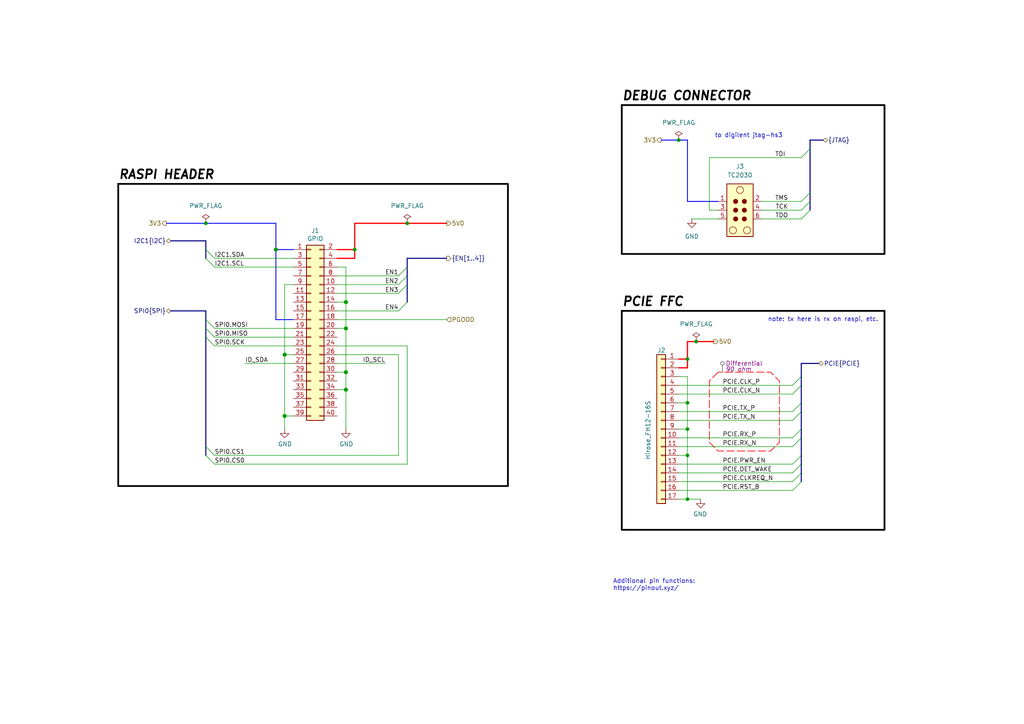
<source format=kicad_sch>
(kicad_sch (version 20250114) (generator "eeschema") (generator_version "9.0")
  (paper "A4")
  (title_block (title "RPi HwAB HAT+") (date "2025-08-23") (rev "01") (company "Andre S Winkel"))
  (lib_symbols
    (symbol "Connector:TC2030" (in_bom no)
      (property "Reference" "J" (at 1.27 8.89 0))
      (property "Value" "TC2030" (at 1.27 -8.89 0))
      (symbol "TC2030_1_1"
        (rectangle (start -2.54 7.62) (end 5.08 -7.62) (stroke (width 0.254)) (fill (type background)))
        (circle (center -0.762 -5.842) (radius 1.016))
        (circle (center 0 2.54) (radius 0.635) (fill (type outline)))
        (circle (center 0 0) (radius 0.635) (fill (type outline)))
        (circle (center 0 -2.54) (radius 0.635) (fill (type outline)))
        (circle (center 1.27 5.842) (radius 1.016))
        (circle (center 2.54 2.54) (radius 0.635) (fill (type outline)))
        (circle (center 2.54 0) (radius 0.635) (fill (type outline)))
        (circle (center 2.54 -2.54) (radius 0.635) (fill (type outline)))
        (circle (center 3.302 -5.842) (radius 1.016))
        (pin passive line (at -5.08 2.54 0) (length 2.54) (name "~") (number "1"))
        (pin passive line (at -5.08 0 0) (length 2.54) (name "~") (number "3"))
        (pin passive line (at -5.08 -2.54 0) (length 2.54) (name "~") (number "5"))
        (pin passive line (at 7.62 2.54 180) (length 2.54) (name "~") (number "2"))
        (pin passive line (at 7.62 0 180) (length 2.54) (name "~") (number "4"))
        (pin passive line (at 7.62 -2.54 180) (length 2.54) (name "~") (number "6"))
      )
    )
    (symbol "Connector_Generic:Conn_01x17" (pin_names (offset 1.016) (hide yes))
      (property "Reference" "J" (at 0 22.86 0))
      (property "Value" "Conn_01x17" (at 0 -22.86 0))
      (symbol "Conn_01x17_1_1"
        (rectangle (start -1.27 21.59) (end 1.27 -21.59) (stroke (width 0.254)) (fill (type background)))
        (rectangle (start -1.27 20.447) (end 0 20.193) (stroke (width 0.1524)))
        (rectangle (start -1.27 17.907) (end 0 17.653) (stroke (width 0.1524)))
        (rectangle (start -1.27 15.367) (end 0 15.113) (stroke (width 0.1524)))
        (rectangle (start -1.27 12.827) (end 0 12.573) (stroke (width 0.1524)))
        (rectangle (start -1.27 10.287) (end 0 10.033) (stroke (width 0.1524)))
        (rectangle (start -1.27 7.747) (end 0 7.493) (stroke (width 0.1524)))
        (rectangle (start -1.27 5.207) (end 0 4.953) (stroke (width 0.1524)))
        (rectangle (start -1.27 2.667) (end 0 2.413) (stroke (width 0.1524)))
        (rectangle (start -1.27 0.127) (end 0 -0.127) (stroke (width 0.1524)))
        (rectangle (start -1.27 -2.413) (end 0 -2.667) (stroke (width 0.1524)))
        (rectangle (start -1.27 -4.953) (end 0 -5.207) (stroke (width 0.1524)))
        (rectangle (start -1.27 -7.493) (end 0 -7.747) (stroke (width 0.1524)))
        (rectangle (start -1.27 -10.033) (end 0 -10.287) (stroke (width 0.1524)))
        (rectangle (start -1.27 -12.573) (end 0 -12.827) (stroke (width 0.1524)))
        (rectangle (start -1.27 -15.113) (end 0 -15.367) (stroke (width 0.1524)))
        (rectangle (start -1.27 -17.653) (end 0 -17.907) (stroke (width 0.1524)))
        (rectangle (start -1.27 -20.193) (end 0 -20.447) (stroke (width 0.1524)))
        (pin passive line (at -5.08 20.32 0) (length 3.81) (name "Pin_1") (number "1"))
        (pin passive line (at -5.08 17.78 0) (length 3.81) (name "Pin_2") (number "2"))
        (pin passive line (at -5.08 15.24 0) (length 3.81) (name "Pin_3") (number "3"))
        (pin passive line (at -5.08 12.7 0) (length 3.81) (name "Pin_4") (number "4"))
        (pin passive line (at -5.08 10.16 0) (length 3.81) (name "Pin_5") (number "5"))
        (pin passive line (at -5.08 7.62 0) (length 3.81) (name "Pin_6") (number "6"))
        (pin passive line (at -5.08 5.08 0) (length 3.81) (name "Pin_7") (number "7"))
        (pin passive line (at -5.08 2.54 0) (length 3.81) (name "Pin_8") (number "8"))
        (pin passive line (at -5.08 0 0) (length 3.81) (name "Pin_9") (number "9"))
        (pin passive line (at -5.08 -2.54 0) (length 3.81) (name "Pin_10") (number "10"))
        (pin passive line (at -5.08 -5.08 0) (length 3.81) (name "Pin_11") (number "11"))
        (pin passive line (at -5.08 -7.62 0) (length 3.81) (name "Pin_12") (number "12"))
        (pin passive line (at -5.08 -10.16 0) (length 3.81) (name "Pin_13") (number "13"))
        (pin passive line (at -5.08 -12.7 0) (length 3.81) (name "Pin_14") (number "14"))
        (pin passive line (at -5.08 -15.24 0) (length 3.81) (name "Pin_15") (number "15"))
        (pin passive line (at -5.08 -17.78 0) (length 3.81) (name "Pin_16") (number "16"))
        (pin passive line (at -5.08 -20.32 0) (length 3.81) (name "Pin_17") (number "17"))
      )
    )
    (symbol "Connector_Generic:Conn_02x20_Odd_Even" (pin_names (offset 1.016) (hide yes))
      (property "Reference" "J" (at 1.27 25.4 0))
      (property "Value" "Conn_02x20_Odd_Even" (at 1.27 -27.94 0))
      (symbol "Conn_02x20_Odd_Even_1_1"
        (rectangle (start -1.27 24.13) (end 3.81 -26.67) (stroke (width 0.254)) (fill (type background)))
        (rectangle (start -1.27 22.987) (end 0 22.733) (stroke (width 0.1524)))
        (rectangle (start -1.27 20.447) (end 0 20.193) (stroke (width 0.1524)))
        (rectangle (start -1.27 17.907) (end 0 17.653) (stroke (width 0.1524)))
        (rectangle (start -1.27 15.367) (end 0 15.113) (stroke (width 0.1524)))
        (rectangle (start -1.27 12.827) (end 0 12.573) (stroke (width 0.1524)))
        (rectangle (start -1.27 10.287) (end 0 10.033) (stroke (width 0.1524)))
        (rectangle (start -1.27 7.747) (end 0 7.493) (stroke (width 0.1524)))
        (rectangle (start -1.27 5.207) (end 0 4.953) (stroke (width 0.1524)))
        (rectangle (start -1.27 2.667) (end 0 2.413) (stroke (width 0.1524)))
        (rectangle (start -1.27 0.127) (end 0 -0.127) (stroke (width 0.1524)))
        (rectangle (start -1.27 -2.413) (end 0 -2.667) (stroke (width 0.1524)))
        (rectangle (start -1.27 -4.953) (end 0 -5.207) (stroke (width 0.1524)))
        (rectangle (start -1.27 -7.493) (end 0 -7.747) (stroke (width 0.1524)))
        (rectangle (start -1.27 -10.033) (end 0 -10.287) (stroke (width 0.1524)))
        (rectangle (start -1.27 -12.573) (end 0 -12.827) (stroke (width 0.1524)))
        (rectangle (start -1.27 -15.113) (end 0 -15.367) (stroke (width 0.1524)))
        (rectangle (start -1.27 -17.653) (end 0 -17.907) (stroke (width 0.1524)))
        (rectangle (start -1.27 -20.193) (end 0 -20.447) (stroke (width 0.1524)))
        (rectangle (start -1.27 -22.733) (end 0 -22.987) (stroke (width 0.1524)))
        (rectangle (start -1.27 -25.273) (end 0 -25.527) (stroke (width 0.1524)))
        (rectangle (start 3.81 22.987) (end 2.54 22.733) (stroke (width 0.1524)))
        (rectangle (start 3.81 20.447) (end 2.54 20.193) (stroke (width 0.1524)))
        (rectangle (start 3.81 17.907) (end 2.54 17.653) (stroke (width 0.1524)))
        (rectangle (start 3.81 15.367) (end 2.54 15.113) (stroke (width 0.1524)))
        (rectangle (start 3.81 12.827) (end 2.54 12.573) (stroke (width 0.1524)))
        (rectangle (start 3.81 10.287) (end 2.54 10.033) (stroke (width 0.1524)))
        (rectangle (start 3.81 7.747) (end 2.54 7.493) (stroke (width 0.1524)))
        (rectangle (start 3.81 5.207) (end 2.54 4.953) (stroke (width 0.1524)))
        (rectangle (start 3.81 2.667) (end 2.54 2.413) (stroke (width 0.1524)))
        (rectangle (start 3.81 0.127) (end 2.54 -0.127) (stroke (width 0.1524)))
        (rectangle (start 3.81 -2.413) (end 2.54 -2.667) (stroke (width 0.1524)))
        (rectangle (start 3.81 -4.953) (end 2.54 -5.207) (stroke (width 0.1524)))
        (rectangle (start 3.81 -7.493) (end 2.54 -7.747) (stroke (width 0.1524)))
        (rectangle (start 3.81 -10.033) (end 2.54 -10.287) (stroke (width 0.1524)))
        (rectangle (start 3.81 -12.573) (end 2.54 -12.827) (stroke (width 0.1524)))
        (rectangle (start 3.81 -15.113) (end 2.54 -15.367) (stroke (width 0.1524)))
        (rectangle (start 3.81 -17.653) (end 2.54 -17.907) (stroke (width 0.1524)))
        (rectangle (start 3.81 -20.193) (end 2.54 -20.447) (stroke (width 0.1524)))
        (rectangle (start 3.81 -22.733) (end 2.54 -22.987) (stroke (width 0.1524)))
        (rectangle (start 3.81 -25.273) (end 2.54 -25.527) (stroke (width 0.1524)))
        (pin passive line (at -5.08 22.86 0) (length 3.81) (name "Pin_1") (number "1"))
        (pin passive line (at -5.08 20.32 0) (length 3.81) (name "Pin_3") (number "3"))
        (pin passive line (at -5.08 17.78 0) (length 3.81) (name "Pin_5") (number "5"))
        (pin passive line (at -5.08 15.24 0) (length 3.81) (name "Pin_7") (number "7"))
        (pin passive line (at -5.08 12.7 0) (length 3.81) (name "Pin_9") (number "9"))
        (pin passive line (at -5.08 10.16 0) (length 3.81) (name "Pin_11") (number "11"))
        (pin passive line (at -5.08 7.62 0) (length 3.81) (name "Pin_13") (number "13"))
        (pin passive line (at -5.08 5.08 0) (length 3.81) (name "Pin_15") (number "15"))
        (pin passive line (at -5.08 2.54 0) (length 3.81) (name "Pin_17") (number "17"))
        (pin passive line (at -5.08 0 0) (length 3.81) (name "Pin_19") (number "19"))
        (pin passive line (at -5.08 -2.54 0) (length 3.81) (name "Pin_21") (number "21"))
        (pin passive line (at -5.08 -5.08 0) (length 3.81) (name "Pin_23") (number "23"))
        (pin passive line (at -5.08 -7.62 0) (length 3.81) (name "Pin_25") (number "25"))
        (pin passive line (at -5.08 -10.16 0) (length 3.81) (name "Pin_27") (number "27"))
        (pin passive line (at -5.08 -12.7 0) (length 3.81) (name "Pin_29") (number "29"))
        (pin passive line (at -5.08 -15.24 0) (length 3.81) (name "Pin_31") (number "31"))
        (pin passive line (at -5.08 -17.78 0) (length 3.81) (name "Pin_33") (number "33"))
        (pin passive line (at -5.08 -20.32 0) (length 3.81) (name "Pin_35") (number "35"))
        (pin passive line (at -5.08 -22.86 0) (length 3.81) (name "Pin_37") (number "37"))
        (pin passive line (at -5.08 -25.4 0) (length 3.81) (name "Pin_39") (number "39"))
        (pin passive line (at 7.62 22.86 180) (length 3.81) (name "Pin_2") (number "2"))
        (pin passive line (at 7.62 20.32 180) (length 3.81) (name "Pin_4") (number "4"))
        (pin passive line (at 7.62 17.78 180) (length 3.81) (name "Pin_6") (number "6"))
        (pin passive line (at 7.62 15.24 180) (length 3.81) (name "Pin_8") (number "8"))
        (pin passive line (at 7.62 12.7 180) (length 3.81) (name "Pin_10") (number "10"))
        (pin passive line (at 7.62 10.16 180) (length 3.81) (name "Pin_12") (number "12"))
        (pin passive line (at 7.62 7.62 180) (length 3.81) (name "Pin_14") (number "14"))
        (pin passive line (at 7.62 5.08 180) (length 3.81) (name "Pin_16") (number "16"))
        (pin passive line (at 7.62 2.54 180) (length 3.81) (name "Pin_18") (number "18"))
        (pin passive line (at 7.62 0 180) (length 3.81) (name "Pin_20") (number "20"))
        (pin passive line (at 7.62 -2.54 180) (length 3.81) (name "Pin_22") (number "22"))
        (pin passive line (at 7.62 -5.08 180) (length 3.81) (name "Pin_24") (number "24"))
        (pin passive line (at 7.62 -7.62 180) (length 3.81) (name "Pin_26") (number "26"))
        (pin passive line (at 7.62 -10.16 180) (length 3.81) (name "Pin_28") (number "28"))
        (pin passive line (at 7.62 -12.7 180) (length 3.81) (name "Pin_30") (number "30"))
        (pin passive line (at 7.62 -15.24 180) (length 3.81) (name "Pin_32") (number "32"))
        (pin passive line (at 7.62 -17.78 180) (length 3.81) (name "Pin_34") (number "34"))
        (pin passive line (at 7.62 -20.32 180) (length 3.81) (name "Pin_36") (number "36"))
        (pin passive line (at 7.62 -22.86 180) (length 3.81) (name "Pin_38") (number "38"))
        (pin passive line (at 7.62 -25.4 180) (length 3.81) (name "Pin_40") (number "40"))
      )
    )
    (symbol "power:GND" (power) (pin_numbers (hide yes)) (pin_names (offset 0) (hide yes))
      (property "Value" "GND" (at 0 -3.81 0))
      (symbol "GND_0_1"
        (polyline (pts (xy 0 0) (xy 0 -1.27) (xy 1.27 -1.27) (xy 0 -2.54) (xy -1.27 -1.27) (xy 0 -1.27)))
      )
      (symbol "GND_1_1"
        (pin power_in line (at 0 0 270) (length 0) (name "~") (number "1"))
      )
    )
    (symbol "power:PWR_FLAG" (power) (pin_numbers (hide yes)) (pin_names (offset 0) (hide yes))
      (property "Value" "PWR_FLAG" (at 0 3.81 0))
      (symbol "PWR_FLAG_0_0"
        (pin power_out line (at 0 0 90) (length 0) (name "~") (number "1"))
      )
      (symbol "PWR_FLAG_0_1"
        (polyline (pts (xy 0 0) (xy 0 1.27) (xy -1.016 1.905) (xy 0 2.54) (xy 1.016 1.905) (xy 0 1.27)))
      )
    )
  )
  (bus_alias "JTAG" (members "TDI" "TDO" "TCK" "TMS"))
  (bus_alias "PCIE" (members "CLK_P" "CLK_N" "TX_P" "TX_N" "RX_P" "RX_N" "PWR_EN" "DET_WAKE" "CLKREQ_N" "RST_B"))
  (rectangle (start 180.34 30.48) (end 256.54 73.66) (stroke (width 0.508) (color 0 0 0 1)))
  (rectangle (start 34.29 53.34) (end 147.32 140.97) (stroke (width 0.508) (color 0 0 0 1)))
  (rectangle (start 180.34 90.17) (end 256.54 153.67) (stroke (width 0.508) (color 0 0 0 1)))
  (text "PCIE FFC" (at 180.34 87.63 0) (effects (font (size 2.54 2.54) (thickness 0.508) (bold yes) (italic yes)) (justify left)))
  (text "note: tx here is rx on raspi, etc." (at 238.76 92.71 0) (effects (font (size 1.27 1.27))))
  (text "Additional pin functions:\nhttps://pinout.xyz/" (at 177.8 171.45 0) (effects (font (size 1.27 1.27)) (justify left bottom)))
  (text "RASPI HEADER" (at 34.29 50.8 0) (effects (font (size 2.54 2.54) (thickness 0.508) (bold yes) (italic yes)) (justify left)))
  (text "DEBUG CONNECTOR" (at 180.34 27.94 0) (effects (font (size 2.54 2.54) (thickness 0.508) (bold yes) (italic yes)) (justify left)))
  (text "to digilent jtag-hs3" (at 217.17 39.37 0) (effects (font (size 1.27 1.27))))
  (junction (at 199.39 144.78))
  (junction (at 199.39 132.08))
  (junction (at 82.55 102.87) (diameter 1.016))
  (junction (at 100.33 113.03) (diameter 1.016))
  (junction (at 102.87 72.39))
  (junction (at 100.33 95.25) (diameter 1.016))
  (junction (at 199.39 104.14))
  (junction (at 196.85 40.64))
  (junction (at 80.01 72.39) (diameter 1.016))
  (junction (at 118.11 64.77))
  (junction (at 59.69 64.77))
  (junction (at 199.39 116.84))
  (junction (at 199.39 124.46))
  (junction (at 201.93 99.06))
  (junction (at 82.55 120.65) (diameter 1.016))
  (junction (at 100.33 87.63) (diameter 1.016))
  (junction (at 100.33 107.95) (diameter 1.016))
  (bus_entry (at 232.41 127) (size -2.54 2.54))
  (bus_entry (at 232.41 137.16) (size -2.54 2.54))
  (bus_entry (at 62.23 74.93) (size -2.54 -2.54))
  (bus_entry (at 232.41 60.96) (size 2.54 -2.54))
  (bus_entry (at 115.57 82.55) (size 2.54 -2.54))
  (bus_entry (at 59.69 92.71) (size 2.54 2.54))
  (bus_entry (at 115.57 80.01) (size 2.54 -2.54))
  (bus_entry (at 232.41 58.42) (size 2.54 -2.54))
  (bus_entry (at 115.57 85.09) (size 2.54 -2.54))
  (bus_entry (at 62.23 77.47) (size -2.54 -2.54))
  (bus_entry (at 232.41 45.72) (size 2.54 -2.54))
  (bus_entry (at 232.41 134.62) (size -2.54 2.54))
  (bus_entry (at 232.41 139.7) (size -2.54 2.54))
  (bus_entry (at 59.69 132.08) (size 2.54 2.54))
  (bus_entry (at 232.41 63.5) (size 2.54 -2.54))
  (bus_entry (at 115.57 90.17) (size 2.54 -2.54))
  (bus_entry (at 59.69 95.25) (size 2.54 2.54))
  (bus_entry (at 59.69 97.79) (size 2.54 2.54))
  (bus_entry (at 232.41 111.76) (size -2.54 2.54))
  (bus_entry (at 232.41 132.08) (size -2.54 2.54))
  (bus_entry (at 232.41 119.38) (size -2.54 2.54))
  (bus_entry (at 232.41 109.22) (size -2.54 2.54))
  (bus_entry (at 59.69 129.54) (size 2.54 2.54))
  (bus_entry (at 232.41 116.84) (size -2.54 2.54))
  (bus_entry (at 232.41 124.46) (size -2.54 2.54))
  (wire (pts (xy 80.01 72.39) (xy 85.09 72.39)) (stroke (width 0.254) (color 0 0 255 1)))
  (wire (pts (xy 80.01 92.71) (xy 85.09 92.71)) (stroke (width 0.254) (color 0 0 255 1)))
  (wire (pts (xy 82.55 120.65) (xy 85.09 120.65)))
  (bus (pts (xy 232.41 124.46) (xy 232.41 127)))
  (wire (pts (xy 196.85 129.54) (xy 229.87 129.54)))
  (wire (pts (xy 115.57 102.87) (xy 115.57 132.08)))
  (wire (pts (xy 220.98 58.42) (xy 232.41 58.42)))
  (wire (pts (xy 196.85 137.16) (xy 229.87 137.16)))
  (bus (pts (xy 234.95 55.88) (xy 234.95 43.18)))
  (bus (pts (xy 232.41 109.22) (xy 232.41 111.76)))
  (wire (pts (xy 232.41 45.72) (xy 205.74 45.72)))
  (wire (pts (xy 199.39 124.46) (xy 196.85 124.46)))
  (bus (pts (xy 59.69 97.79) (xy 59.69 95.25)))
  (wire (pts (xy 199.39 109.22) (xy 199.39 116.84)))
  (wire (pts (xy 201.93 99.06) (xy 207.01 99.06)) (stroke (width 0.3556) (color 255 0 0 1)))
  (wire (pts (xy 97.79 102.87) (xy 115.57 102.87)))
  (wire (pts (xy 102.87 64.77) (xy 102.87 72.39)) (stroke (width 0.3556) (color 255 0 0 1)))
  (bus (pts (xy 234.95 60.96) (xy 234.95 58.42)))
  (wire (pts (xy 82.55 82.55) (xy 82.55 102.87)))
  (wire (pts (xy 196.85 109.22) (xy 199.39 109.22)))
  (wire (pts (xy 97.79 100.33) (xy 118.11 100.33)))
  (wire (pts (xy 97.79 85.09) (xy 115.57 85.09)))
  (wire (pts (xy 97.79 80.01) (xy 115.57 80.01)))
  (bus (pts (xy 59.69 74.93) (xy 59.69 72.39)))
  (wire (pts (xy 97.79 72.39) (xy 102.87 72.39)) (stroke (width 0.3556) (color 255 0 0 1)))
  (bus (pts (xy 49.53 69.85) (xy 59.69 69.85)))
  (wire (pts (xy 62.23 77.47) (xy 85.09 77.47)))
  (wire (pts (xy 102.87 74.93) (xy 97.79 74.93)) (stroke (width 0.3556) (color 255 0 0 1)))
  (wire (pts (xy 100.33 87.63) (xy 97.79 87.63)))
  (bus (pts (xy 118.11 87.63) (xy 118.11 82.55)))
  (wire (pts (xy 220.98 60.96) (xy 232.41 60.96)))
  (wire (pts (xy 196.85 119.38) (xy 229.87 119.38)))
  (wire (pts (xy 199.39 144.78) (xy 196.85 144.78)))
  (wire (pts (xy 100.33 113.03) (xy 97.79 113.03)))
  (wire (pts (xy 82.55 120.65) (xy 82.55 124.46)))
  (wire (pts (xy 62.23 100.33) (xy 85.09 100.33)))
  (wire (pts (xy 100.33 95.25) (xy 100.33 107.95)))
  (wire (pts (xy 196.85 106.68) (xy 199.39 106.68)) (stroke (width 0.3556) (color 255 0 0 1)))
  (wire (pts (xy 85.09 74.93) (xy 62.23 74.93)))
  (bus (pts (xy 118.11 80.01) (xy 118.11 77.47)))
  (wire (pts (xy 97.79 90.17) (xy 115.57 90.17)))
  (wire (pts (xy 199.39 132.08) (xy 199.39 144.78)))
  (wire (pts (xy 196.85 114.3) (xy 229.87 114.3)))
  (bus (pts (xy 59.69 129.54) (xy 59.69 132.08)))
  (bus (pts (xy 232.41 116.84) (xy 232.41 119.38)))
  (bus (pts (xy 118.11 82.55) (xy 118.11 80.01)))
  (wire (pts (xy 62.23 134.62) (xy 118.11 134.62)))
  (bus (pts (xy 234.95 40.64) (xy 238.76 40.64)))
  (wire (pts (xy 118.11 100.33) (xy 118.11 134.62)))
  (bus (pts (xy 232.41 111.76) (xy 232.41 116.84)))
  (bus (pts (xy 232.41 119.38) (xy 232.41 124.46)))
  (wire (pts (xy 196.85 104.14) (xy 199.39 104.14)) (stroke (width 0.3556) (color 255 0 0 1)))
  (bus (pts (xy 232.41 134.62) (xy 232.41 137.16)))
  (wire (pts (xy 196.85 139.7) (xy 229.87 139.7)))
  (wire (pts (xy 199.39 132.08) (xy 196.85 132.08)))
  (wire (pts (xy 205.74 45.72) (xy 205.74 60.96)))
  (wire (pts (xy 196.85 134.62) (xy 229.87 134.62)))
  (wire (pts (xy 82.55 102.87) (xy 85.09 102.87)))
  (bus (pts (xy 232.41 132.08) (xy 232.41 134.62)))
  (wire (pts (xy 199.39 40.64) (xy 199.39 58.42)) (stroke (width 0.254) (color 0 0 255 1)))
  (bus (pts (xy 59.69 92.71) (xy 59.69 90.17)))
  (wire (pts (xy 48.26 64.77) (xy 59.69 64.77)) (stroke (width 0.254) (color 0 0 255 1)))
  (wire (pts (xy 196.85 111.76) (xy 229.87 111.76)))
  (wire (pts (xy 62.23 97.79) (xy 85.09 97.79)))
  (bus (pts (xy 232.41 105.41) (xy 237.49 105.41)))
  (wire (pts (xy 97.79 82.55) (xy 115.57 82.55)))
  (wire (pts (xy 62.23 132.08) (xy 115.57 132.08)))
  (wire (pts (xy 191.77 40.64) (xy 196.85 40.64)) (stroke (width 0.254) (color 0 0 255 1)))
  (wire (pts (xy 102.87 72.39) (xy 102.87 74.93)) (stroke (width 0.3556) (color 255 0 0 1)))
  (wire (pts (xy 199.39 116.84) (xy 196.85 116.84)))
  (bus (pts (xy 234.95 58.42) (xy 234.95 55.88)))
  (bus (pts (xy 59.69 95.25) (xy 59.69 92.71)))
  (wire (pts (xy 199.39 116.84) (xy 199.39 124.46)))
  (wire (pts (xy 100.33 95.25) (xy 97.79 95.25)))
  (wire (pts (xy 59.69 64.77) (xy 80.01 64.77)) (stroke (width 0.254) (color 0 0 255 1)))
  (wire (pts (xy 199.39 99.06) (xy 201.93 99.06)) (stroke (width 0.3556) (color 255 0 0 1)))
  (wire (pts (xy 82.55 82.55) (xy 85.09 82.55)))
  (bus (pts (xy 232.41 105.41) (xy 232.41 109.22)))
  (wire (pts (xy 220.98 63.5) (xy 232.41 63.5)))
  (wire (pts (xy 100.33 107.95) (xy 100.33 113.03)))
  (wire (pts (xy 82.55 102.87) (xy 82.55 120.65)))
  (wire (pts (xy 85.09 105.41) (xy 71.12 105.41)))
  (wire (pts (xy 205.74 60.96) (xy 208.28 60.96)))
  (wire (pts (xy 100.33 113.03) (xy 100.33 124.46)))
  (wire (pts (xy 196.85 142.24) (xy 229.87 142.24)))
  (wire (pts (xy 80.01 64.77) (xy 80.01 72.39)) (stroke (width 0.254) (color 0 0 255 1)))
  (wire (pts (xy 118.11 64.77) (xy 129.54 64.77)) (stroke (width 0.3556) (color 255 0 0 1)))
  (bus (pts (xy 49.53 90.17) (xy 59.69 90.17)))
  (wire (pts (xy 102.87 64.77) (xy 118.11 64.77)) (stroke (width 0.3556) (color 255 0 0 1)))
  (wire (pts (xy 80.01 72.39) (xy 80.01 92.71)) (stroke (width 0.254) (color 0 0 255 1)))
  (bus (pts (xy 59.69 97.79) (xy 59.69 129.54)))
  (wire (pts (xy 97.79 105.41) (xy 111.76 105.41)))
  (wire (pts (xy 100.33 77.47) (xy 97.79 77.47)))
  (wire (pts (xy 200.66 63.5) (xy 208.28 63.5)))
  (wire (pts (xy 196.85 127) (xy 229.87 127)))
  (wire (pts (xy 203.2 144.78) (xy 199.39 144.78)))
  (wire (pts (xy 199.39 106.68) (xy 199.39 104.14)) (stroke (width 0.3556) (color 255 0 0 1)))
  (bus (pts (xy 59.69 69.85) (xy 59.69 72.39)))
  (bus (pts (xy 234.95 43.18) (xy 234.95 40.64)))
  (wire (pts (xy 100.33 87.63) (xy 100.33 95.25)))
  (bus (pts (xy 232.41 137.16) (xy 232.41 139.7)))
  (wire (pts (xy 199.39 124.46) (xy 199.39 132.08)))
  (wire (pts (xy 196.85 121.92) (xy 229.87 121.92)))
  (bus (pts (xy 118.11 77.47) (xy 118.11 74.93)))
  (wire (pts (xy 199.39 99.06) (xy 199.39 104.14)) (stroke (width 0.3556) (color 255 0 0 1)))
  (wire (pts (xy 97.79 92.71) (xy 129.54 92.71)))
  (wire (pts (xy 85.09 95.25) (xy 62.23 95.25)))
  (wire (pts (xy 100.33 107.95) (xy 97.79 107.95)))
  (bus (pts (xy 232.41 127) (xy 232.41 132.08)))
  (wire (pts (xy 196.85 40.64) (xy 199.39 40.64)) (stroke (width 0.254) (color 0 0 255 1)))
  (wire (pts (xy 100.33 77.47) (xy 100.33 87.63)))
  (bus (pts (xy 118.11 74.93) (xy 129.54 74.93)))
  (wire (pts (xy 199.39 58.42) (xy 208.28 58.42)) (stroke (width 0.254) (color 0 0 255 1)))
  (label "PCIE.TX_P" (at 209.55 119.38 0))
  (label "TMS" (at 228.6 58.42 180))
  (label "PCIE.CLKREQ_N" (at 209.55 139.7 0))
  (label "EN2" (at 115.57 82.55 180))
  (label "PCIE.RST_B" (at 209.55 142.24 0))
  (label "ID_SDA" (at 71.12 105.41 0))
  (label "EN1" (at 115.57 80.01 180))
  (label "PCIE.DET_WAKE" (at 209.55 137.16 0))
  (label "TDO" (at 228.6 63.5 180))
  (label "PCIE.RX_N" (at 209.55 129.54 0))
  (label "SPI0.MISO" (at 62.23 97.79 0))
  (label "TCK" (at 228.6 60.96 180))
  (label "SPI0.CS0" (at 62.23 134.62 0))
  (label "SPI0.CS1" (at 62.23 132.08 0))
  (label "SPI0.SCK" (at 62.23 100.33 0))
  (label "ID_SCL" (at 111.76 105.41 180))
  (label "PCIE.PWR_EN" (at 209.55 134.62 0))
  (label "PCIE.RX_P" (at 209.55 127 0))
  (label "I2C1.SCL" (at 62.23 77.47 0))
  (label "I2C1.SDA" (at 62.23 74.93 0))
  (label "PCIE.CLK_N" (at 209.55 114.3 0))
  (label "PCIE.CLK_P" (at 209.55 111.76 0))
  (label "EN3" (at 115.57 85.09 180))
  (label "EN4" (at 115.57 90.17 180))
  (label "PCIE.TX_N" (at 209.55 121.92 0))
  (label "TDI" (at 224.79 45.72 0))
  (label "SPI0.MOSI" (at 62.23 95.25 0))
  (hierarchical_label "3V3" (shape output) (at 48.26 64.77 180))
  (hierarchical_label "I2C1{I2C}" (shape bidirectional) (at 49.53 69.85 180))
  (hierarchical_label "PGOOD" (shape input) (at 129.54 92.71 0))
  (hierarchical_label "{EN[1..4]}" (shape output) (at 129.54 74.93 0))
  (hierarchical_label "5V0" (shape output) (at 129.54 64.77 0))
  (hierarchical_label "5V0" (shape output) (at 207.01 99.06 0))
  (hierarchical_label "3V3" (shape output) (at 191.77 40.64 180))
  (hierarchical_label "{JTAG}" (shape bidirectional) (at 238.76 40.64 0))
  (hierarchical_label "PCIE{PCIE}" (shape bidirectional) (at 237.49 105.41 0))
  (hierarchical_label "SPI0{SPI}" (shape bidirectional) (at 49.53 90.17 180))
  (rule_area (polyline (pts (xy 208.28 107.95) (xy 205.74 110.49) (xy 205.74 128.27) (xy 208.28 130.81) (xy 223.52 130.81) (xy 226.06 128.27) (xy 226.06 110.49) (xy 223.52 107.95)) (stroke (width 0.2032) (type dash))))
  (netclass_flag "" (length 2.54) (shape round) (at 209.55 107.95 0) (property "Netclass" "Differential" (at 210.439 105.41 0) (effects (justify left))) (property "Component Class" "90 ohm" (at 210.439 107.061 0) (effects (font (italic yes)) (justify left))))
  (symbol (lib_id "power:GND") (at 100.33 124.46 0) (unit 1)
    (property "Reference" "#PWR03" (effects (hide yes)))
    (property "Value" "GND" (at 100.4443 128.7844 0))
    (property "Description" "Power symbol creates a global label with name \"GND\" , ground" (effects (hide yes)))
  )
  (symbol (lib_id "power:GND") (at 82.55 124.46 0) (unit 1)
    (property "Reference" "#PWR02" (effects (hide yes)))
    (property "Value" "GND" (at 82.6643 128.7844 0))
    (property "Description" "Power symbol creates a global label with name \"GND\" , ground" (effects (hide yes)))
  )
  (symbol (lib_id "Connector_Generic:Conn_02x20_Odd_Even") (at 90.17 95.25 0) (unit 1)
    (property "Reference" "J1" (at 91.44 66.9098 0))
    (property "Value" "GPIO" (at 91.44 69.215 0))
    (property "Footprint" "Connector_PinSocket_2.54mm:PinSocket_2x20_P2.54mm_Vertical" (effects (hide yes)))
    (property "Description" "Generic connector, double row, 02x20, odd/even pin numbering scheme (row 1 odd numbers, row 2 even numbers), script generated (kicad-library-utils/schlib/autogen/connector/)" (effects (hide yes)))
  )
  (symbol (lib_id "power:PWR_FLAG") (at 196.85 40.64 0) (unit 1)
    (property "Reference" "#FLG03" (effects (hide yes)))
    (property "Value" "PWR_FLAG" (at 196.85 35.56 0))
    (property "Description" "Special symbol for telling ERC where power comes from" (effects (hide yes)))
  )
  (symbol (lib_id "power:GND") (at 203.2 144.78 0) (mirror y) (unit 1)
    (property "Reference" "#PWR08" (effects (hide yes)))
    (property "Value" "GND" (at 203.0857 149.1044 0))
    (property "Description" "Power symbol creates a global label with name \"GND\" , ground" (effects (hide yes)))
  )
  (symbol (lib_id "Connector_Generic:Conn_01x17") (at 191.77 124.46 0) (mirror y) (unit 1)
    (property "Reference" "J2" (at 193.04 101.6 0) (effects (justify left)))
    (property "Value" "Hirose_FH12-16S" (at 187.96 133.35 90) (effects (justify left)))
    (property "Footprint" "Connector_FFC-FPC:Hirose_FH12-17S-0.5SH_1x17-1MP_P0.50mm_Horizontal" (effects (hide yes)))
    (property "Description" "Generic connector, single row, 01x17, script generated (kicad-library-utils/schlib/autogen/connector/)" (effects (hide yes)))
  )
  (symbol (lib_id "power:PWR_FLAG") (at 118.11 64.77 0) (unit 1)
    (property "Reference" "#FLG02" (effects (hide yes)))
    (property "Value" "PWR_FLAG" (at 118.11 59.69 0))
    (property "Description" "Special symbol for telling ERC where power comes from" (effects (hide yes)))
  )
  (symbol (lib_id "Connector:TC2030") (at 213.36 60.96 0) (unit 1) (in_bom no)
    (property "Reference" "J3" (at 214.63 48.26 0))
    (property "Value" "TC2030" (at 214.63 50.8 0))
    (property "Footprint" "Connector:Tag-Connect_TC2030-IDC-NL_2x03_P1.27mm_Vertical" (effects (hide yes)))
    (property "Datasheet" "https://www.tag-connect.com/wp-content/uploads/bsk-pdf-manager/2019/12/TC2030-IDC-NL-Datasheet-Rev-B.pdf" (effects (hide yes)))
    (property "Description" "Tag-Connect’s 6-pins connector" (effects (hide yes)))
  )
  (symbol (lib_id "power:PWR_FLAG") (at 201.93 99.06 0) (unit 1)
    (property "Reference" "#FLG04" (effects (hide yes)))
    (property "Value" "PWR_FLAG" (at 201.93 93.98 0))
    (property "Description" "Special symbol for telling ERC where power comes from" (effects (hide yes)))
  )
  (symbol (lib_id "power:GND") (at 200.66 63.5 0) (unit 1)
    (property "Reference" "#PWR029" (effects (hide yes)))
    (property "Value" "GND" (at 200.66 68.58 0))
    (property "Description" "Power symbol creates a global label with name \"GND\" , ground" (effects (hide yes)))
  )
  (symbol (lib_id "power:PWR_FLAG") (at 59.69 64.77 0) (unit 1)
    (property "Reference" "#FLG01" (effects (hide yes)))
    (property "Value" "PWR_FLAG" (at 59.69 59.69 0))
    (property "Description" "Special symbol for telling ERC where power comes from" (effects (hide yes)))
  )
)
</source>
